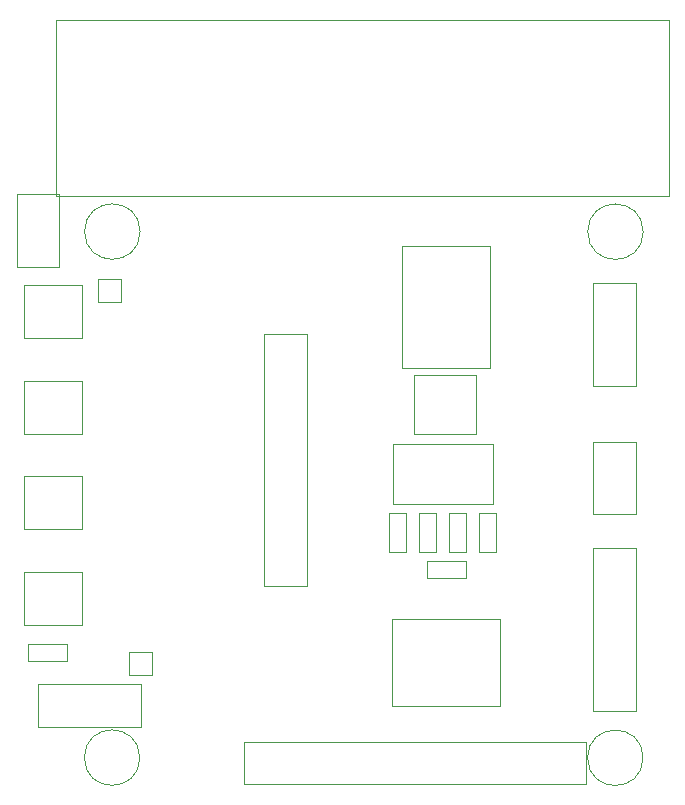
<source format=gbr>
G04 #@! TF.GenerationSoftware,KiCad,Pcbnew,(5.1.10-1-10_14)*
G04 #@! TF.CreationDate,2021-06-08T23:18:15-04:00*
G04 #@! TF.ProjectId,tr109-mainboard,74723130-392d-46d6-9169-6e626f617264,1*
G04 #@! TF.SameCoordinates,Original*
G04 #@! TF.FileFunction,Other,User*
%FSLAX46Y46*%
G04 Gerber Fmt 4.6, Leading zero omitted, Abs format (unit mm)*
G04 Created by KiCad (PCBNEW (5.1.10-1-10_14)) date 2021-06-08 23:18:15*
%MOMM*%
%LPD*%
G01*
G04 APERTURE LIST*
%ADD10C,0.050000*%
G04 APERTURE END LIST*
D10*
X114234660Y-80239400D02*
X114234660Y-86389400D01*
X114234660Y-86389400D02*
X117834660Y-86389400D01*
X117834660Y-86389400D02*
X117834660Y-80239400D01*
X117834660Y-80239400D02*
X114234660Y-80239400D01*
X162450600Y-126639400D02*
X133450600Y-126639400D01*
X133450600Y-126639400D02*
X133450600Y-130239400D01*
X133450600Y-130239400D02*
X162450600Y-130239400D01*
X162450600Y-130239400D02*
X162450600Y-126639400D01*
X163050600Y-110239400D02*
X163050600Y-123989400D01*
X163050600Y-123989400D02*
X166650600Y-123989400D01*
X166650600Y-123989400D02*
X166650600Y-110239400D01*
X166650600Y-110239400D02*
X163050600Y-110239400D01*
X146896600Y-84609400D02*
X146896600Y-95009400D01*
X146896600Y-95009400D02*
X154296600Y-95009400D01*
X154296600Y-95009400D02*
X154296600Y-84609400D01*
X154296600Y-84609400D02*
X146896600Y-84609400D01*
X163050600Y-101222400D02*
X163050600Y-107372400D01*
X163050600Y-107372400D02*
X166650600Y-107372400D01*
X166650600Y-107372400D02*
X166650600Y-101222400D01*
X166650600Y-101222400D02*
X163050600Y-101222400D01*
X147850600Y-95589400D02*
X147850600Y-100589400D01*
X147850600Y-100589400D02*
X153150600Y-100589400D01*
X153150600Y-100589400D02*
X153150600Y-95589400D01*
X153150600Y-95589400D02*
X147850600Y-95589400D01*
X124730600Y-121749400D02*
X116080600Y-121749400D01*
X116080600Y-121749400D02*
X116080600Y-125349400D01*
X116080600Y-125349400D02*
X124730600Y-125349400D01*
X124730600Y-125349400D02*
X124730600Y-121749400D01*
X121097800Y-89417400D02*
X121097800Y-87417400D01*
X121097800Y-89417400D02*
X123097800Y-89417400D01*
X123097800Y-87417400D02*
X121097800Y-87417400D01*
X123097800Y-87417400D02*
X123097800Y-89417400D01*
X123735701Y-120980599D02*
X123735701Y-118980599D01*
X123735701Y-120980599D02*
X125735701Y-120980599D01*
X125735701Y-118980599D02*
X123735701Y-118980599D01*
X125735701Y-118980599D02*
X125735701Y-120980599D01*
X167284900Y-83439000D02*
G75*
G03*
X167284900Y-83439000I-2350000J0D01*
G01*
X124689100Y-83426300D02*
G75*
G03*
X124689100Y-83426300I-2350000J0D01*
G01*
X167272200Y-127977900D02*
G75*
G03*
X167272200Y-127977900I-2350000J0D01*
G01*
X124663700Y-127965200D02*
G75*
G03*
X124663700Y-127965200I-2350000J0D01*
G01*
X117601760Y-80376860D02*
X169451760Y-80376860D01*
X169451760Y-80376860D02*
X169451760Y-65476860D01*
X169451760Y-65476860D02*
X117601760Y-65476860D01*
X117601760Y-65476860D02*
X117601760Y-80376860D01*
X166650600Y-96465800D02*
X166650600Y-87815800D01*
X166650600Y-87815800D02*
X163050600Y-87815800D01*
X163050600Y-87815800D02*
X163050600Y-96465800D01*
X163050600Y-96465800D02*
X166650600Y-96465800D01*
X114884660Y-112233260D02*
X114884660Y-116733260D01*
X114884660Y-116733260D02*
X119734660Y-116733260D01*
X119734660Y-116733260D02*
X119734660Y-112233260D01*
X119734660Y-112233260D02*
X114884660Y-112233260D01*
X114884660Y-104139126D02*
X114884660Y-108639126D01*
X114884660Y-108639126D02*
X119734660Y-108639126D01*
X119734660Y-108639126D02*
X119734660Y-104139126D01*
X119734660Y-104139126D02*
X114884660Y-104139126D01*
X114884660Y-96044993D02*
X114884660Y-100544993D01*
X114884660Y-100544993D02*
X119734660Y-100544993D01*
X119734660Y-100544993D02*
X119734660Y-96044993D01*
X119734660Y-96044993D02*
X114884660Y-96044993D01*
X114884660Y-87950860D02*
X114884660Y-92450860D01*
X114884660Y-92450860D02*
X119734660Y-92450860D01*
X119734660Y-92450860D02*
X119734660Y-87950860D01*
X119734660Y-87950860D02*
X114884660Y-87950860D01*
X155176600Y-116213400D02*
X146016600Y-116213400D01*
X146016600Y-116213400D02*
X146016600Y-123613400D01*
X146016600Y-123613400D02*
X155176600Y-123613400D01*
X155176600Y-123613400D02*
X155176600Y-116213400D01*
X135207600Y-92078400D02*
X135207600Y-113428400D01*
X135207600Y-113428400D02*
X138807600Y-113428400D01*
X138807600Y-113428400D02*
X138807600Y-92078400D01*
X138807600Y-92078400D02*
X135207600Y-92078400D01*
X146061600Y-106498400D02*
X146061600Y-101378400D01*
X146061600Y-101378400D02*
X154561600Y-101378400D01*
X154561600Y-101378400D02*
X154561600Y-106498400D01*
X154561600Y-106498400D02*
X146061600Y-106498400D01*
X150850766Y-107241400D02*
X152310766Y-107241400D01*
X152310766Y-107241400D02*
X152310766Y-110541400D01*
X152310766Y-110541400D02*
X150850766Y-110541400D01*
X150850766Y-110541400D02*
X150850766Y-107241400D01*
X145774100Y-107241400D02*
X147234100Y-107241400D01*
X147234100Y-107241400D02*
X147234100Y-110541400D01*
X147234100Y-110541400D02*
X145774100Y-110541400D01*
X145774100Y-110541400D02*
X145774100Y-107241400D01*
X148990600Y-112796400D02*
X148990600Y-111336400D01*
X148990600Y-111336400D02*
X152290600Y-111336400D01*
X152290600Y-111336400D02*
X152290600Y-112796400D01*
X152290600Y-112796400D02*
X148990600Y-112796400D01*
X154849100Y-110541400D02*
X153389100Y-110541400D01*
X153389100Y-110541400D02*
X153389100Y-107241400D01*
X153389100Y-107241400D02*
X154849100Y-107241400D01*
X154849100Y-107241400D02*
X154849100Y-110541400D01*
X149772433Y-110541400D02*
X148312433Y-110541400D01*
X148312433Y-110541400D02*
X148312433Y-107241400D01*
X148312433Y-107241400D02*
X149772433Y-107241400D01*
X149772433Y-107241400D02*
X149772433Y-110541400D01*
X118515400Y-119777000D02*
X115215400Y-119777000D01*
X118515400Y-118317000D02*
X118515400Y-119777000D01*
X115215400Y-118317000D02*
X118515400Y-118317000D01*
X115215400Y-119777000D02*
X115215400Y-118317000D01*
M02*

</source>
